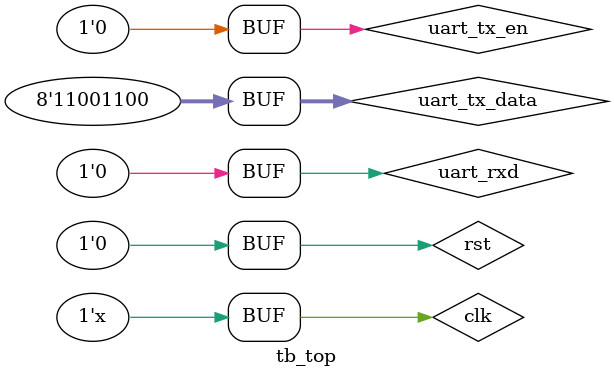
<source format=v>
module tb_top;
reg clk, rst, uart_tx_en;
reg [7:0] uart_tx_data;
wire uart_txd;
reg uart_rxd;
wire [7:0] uart_rx_data;

initial begin
clk = 0; rst = 0; uart_tx_en = 0; uart_rxd = 0;
uart_tx_data = 8'b11001100;
#10; uart_tx_en = 1;
#15; uart_tx_en = 0;

end

always begin
#10; clk = ~clk;
end

uart_top inst1 (clk, rst, uart_tx_en, uart_tx_data, uart_txd, uart_rxd, uart_rx_data);
endmodule

</source>
